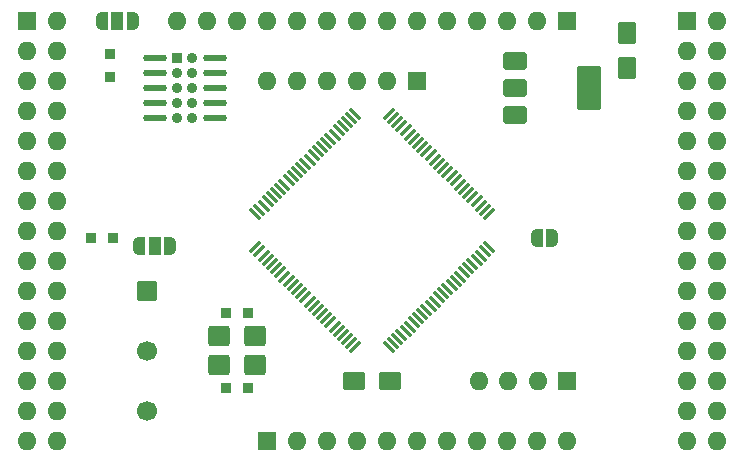
<source format=gbr>
%TF.GenerationSoftware,KiCad,Pcbnew,7.0.5*%
%TF.CreationDate,2023-08-21T09:28:54+09:00*%
%TF.ProjectId,STM32G4 MAZE,53544d33-3247-4342-904d-415a452e6b69,rev?*%
%TF.SameCoordinates,Original*%
%TF.FileFunction,Soldermask,Top*%
%TF.FilePolarity,Negative*%
%FSLAX46Y46*%
G04 Gerber Fmt 4.6, Leading zero omitted, Abs format (unit mm)*
G04 Created by KiCad (PCBNEW 7.0.5) date 2023-08-21 09:28:54*
%MOMM*%
%LPD*%
G01*
G04 APERTURE LIST*
G04 Aperture macros list*
%AMRoundRect*
0 Rectangle with rounded corners*
0 $1 Rounding radius*
0 $2 $3 $4 $5 $6 $7 $8 $9 X,Y pos of 4 corners*
0 Add a 4 corners polygon primitive as box body*
4,1,4,$2,$3,$4,$5,$6,$7,$8,$9,$2,$3,0*
0 Add four circle primitives for the rounded corners*
1,1,$1+$1,$2,$3*
1,1,$1+$1,$4,$5*
1,1,$1+$1,$6,$7*
1,1,$1+$1,$8,$9*
0 Add four rect primitives between the rounded corners*
20,1,$1+$1,$2,$3,$4,$5,0*
20,1,$1+$1,$4,$5,$6,$7,0*
20,1,$1+$1,$6,$7,$8,$9,0*
20,1,$1+$1,$8,$9,$2,$3,0*%
%AMFreePoly0*
4,1,19,0.500000,-0.750000,0.000000,-0.750000,0.000000,-0.744911,-0.071157,-0.744911,-0.207708,-0.704816,-0.327430,-0.627875,-0.420627,-0.520320,-0.479746,-0.390866,-0.500000,-0.250000,-0.500000,0.250000,-0.479746,0.390866,-0.420627,0.520320,-0.327430,0.627875,-0.207708,0.704816,-0.071157,0.744911,0.000000,0.744911,0.000000,0.750000,0.500000,0.750000,0.500000,-0.750000,0.500000,-0.750000,
$1*%
%AMFreePoly1*
4,1,19,0.000000,0.744911,0.071157,0.744911,0.207708,0.704816,0.327430,0.627875,0.420627,0.520320,0.479746,0.390866,0.500000,0.250000,0.500000,-0.250000,0.479746,-0.390866,0.420627,-0.520320,0.327430,-0.627875,0.207708,-0.704816,0.071157,-0.744911,0.000000,-0.744911,0.000000,-0.750000,-0.500000,-0.750000,-0.500000,0.750000,0.000000,0.750000,0.000000,0.744911,0.000000,0.744911,
$1*%
%AMFreePoly2*
4,1,19,0.550000,-0.750000,0.000000,-0.750000,0.000000,-0.744911,-0.071157,-0.744911,-0.207708,-0.704816,-0.327430,-0.627875,-0.420627,-0.520320,-0.479746,-0.390866,-0.500000,-0.250000,-0.500000,0.250000,-0.479746,0.390866,-0.420627,0.520320,-0.327430,0.627875,-0.207708,0.704816,-0.071157,0.744911,0.000000,0.744911,0.000000,0.750000,0.550000,0.750000,0.550000,-0.750000,0.550000,-0.750000,
$1*%
%AMFreePoly3*
4,1,19,0.000000,0.744911,0.071157,0.744911,0.207708,0.704816,0.327430,0.627875,0.420627,0.520320,0.479746,0.390866,0.500000,0.250000,0.500000,-0.250000,0.479746,-0.390866,0.420627,-0.520320,0.327430,-0.627875,0.207708,-0.704816,0.071157,-0.744911,0.000000,-0.744911,0.000000,-0.750000,-0.550000,-0.750000,-0.550000,0.750000,0.000000,0.750000,0.000000,0.744911,0.000000,0.744911,
$1*%
G04 Aperture macros list end*
%ADD10RoundRect,0.200000X-0.600000X0.600000X-0.600000X-0.600000X0.600000X-0.600000X0.600000X0.600000X0*%
%ADD11O,1.600000X1.600000*%
%ADD12RoundRect,0.200000X0.800000X0.050000X-0.800000X0.050000X-0.800000X-0.050000X0.800000X-0.050000X0*%
%ADD13RoundRect,0.045000X-0.405000X-0.405000X0.405000X-0.405000X0.405000X0.405000X-0.405000X0.405000X0*%
%ADD14C,0.900000*%
%ADD15RoundRect,0.200000X-0.800000X-0.050000X0.800000X-0.050000X0.800000X0.050000X-0.800000X0.050000X0*%
%ADD16RoundRect,0.200000X-0.800000X-0.550000X0.800000X-0.550000X0.800000X0.550000X-0.800000X0.550000X0*%
%ADD17RoundRect,0.200000X-0.800000X-1.700000X0.800000X-1.700000X0.800000X1.700000X-0.800000X1.700000X0*%
%ADD18FreePoly0,180.000000*%
%ADD19FreePoly1,180.000000*%
%ADD20FreePoly2,0.000000*%
%ADD21R,1.000000X1.500000*%
%ADD22FreePoly3,0.000000*%
%ADD23RoundRect,0.200000X-0.700000X0.650000X-0.700000X-0.650000X0.700000X-0.650000X0.700000X0.650000X0*%
%ADD24RoundRect,0.050000X0.400000X0.350000X-0.400000X0.350000X-0.400000X-0.350000X0.400000X-0.350000X0*%
%ADD25RoundRect,0.050000X-0.400000X-0.350000X0.400000X-0.350000X0.400000X0.350000X-0.400000X0.350000X0*%
%ADD26RoundRect,0.050000X-0.318198X-0.459619X0.459619X0.318198X0.318198X0.459619X-0.459619X-0.318198X0*%
%ADD27RoundRect,0.050000X-0.459619X0.318198X0.318198X-0.459619X0.459619X-0.318198X-0.318198X0.459619X0*%
%ADD28RoundRect,0.093750X0.806250X0.656250X-0.806250X0.656250X-0.806250X-0.656250X0.806250X-0.656250X0*%
%ADD29RoundRect,0.200000X-0.600000X-0.600000X0.600000X-0.600000X0.600000X0.600000X-0.600000X0.600000X0*%
%ADD30RoundRect,0.093750X0.656250X-0.806250X0.656250X0.806250X-0.656250X0.806250X-0.656250X-0.806250X0*%
%ADD31RoundRect,0.200000X0.600000X0.600000X-0.600000X0.600000X-0.600000X-0.600000X0.600000X-0.600000X0*%
%ADD32RoundRect,0.200000X0.600000X-0.600000X0.600000X0.600000X-0.600000X0.600000X-0.600000X-0.600000X0*%
%ADD33C,1.700000*%
%ADD34RoundRect,0.200000X-0.650000X0.650000X-0.650000X-0.650000X0.650000X-0.650000X0.650000X0.650000X0*%
%ADD35RoundRect,0.050000X-0.350000X0.400000X-0.350000X-0.400000X0.350000X-0.400000X0.350000X0.400000X0*%
G04 APERTURE END LIST*
D10*
%TO.C,J7*%
X103810000Y-87300000D03*
D11*
X101270000Y-87300000D03*
X98730000Y-87300000D03*
X96190000Y-87300000D03*
X93650000Y-87300000D03*
X91110000Y-87300000D03*
%TD*%
D12*
%TO.C,J5*%
X81585000Y-85395000D03*
D13*
X83490000Y-85395000D03*
D14*
X84760000Y-85395000D03*
D15*
X86665000Y-85395000D03*
D12*
X81585000Y-86665000D03*
D14*
X83490000Y-86665000D03*
X84760000Y-86665000D03*
D15*
X86665000Y-86665000D03*
D12*
X81585000Y-87935000D03*
D14*
X83490000Y-87935000D03*
X84760000Y-87935000D03*
D15*
X86665000Y-87935000D03*
D12*
X81585000Y-89205000D03*
D14*
X83490000Y-89205000D03*
X84760000Y-89205000D03*
D15*
X86665000Y-89205000D03*
D12*
X81585000Y-90475000D03*
D14*
X83490000Y-90475000D03*
X84760000Y-90475000D03*
D15*
X86665000Y-90475000D03*
%TD*%
D16*
%TO.C,U2*%
X112090000Y-85635000D03*
X112090000Y-87935000D03*
D17*
X118390000Y-87935000D03*
D16*
X112090000Y-90235000D03*
%TD*%
D18*
%TO.C,JP1*%
X115255000Y-100635000D03*
D19*
X113955000Y-100635000D03*
%TD*%
D20*
%TO.C,JP2*%
X80285000Y-101270000D03*
D21*
X81585000Y-101270000D03*
D22*
X82885000Y-101270000D03*
%TD*%
%TO.C,JP3*%
X79710000Y-82220000D03*
D21*
X78410000Y-82220000D03*
D20*
X77110000Y-82220000D03*
%TD*%
D23*
%TO.C,Y1*%
X90070000Y-111360000D03*
X87070000Y-111360000D03*
X87070000Y-108960000D03*
X90070000Y-108960000D03*
%TD*%
D24*
%TO.C,C12*%
X87620000Y-113335000D03*
X89520000Y-113335000D03*
%TD*%
D25*
%TO.C,C17*%
X76190000Y-100635000D03*
X78090000Y-100635000D03*
%TD*%
%TO.C,C11*%
X87620000Y-106985000D03*
X89520000Y-106985000D03*
%TD*%
D26*
%TO.C,U1*%
X90100505Y-101414214D03*
X90454058Y-101767767D03*
X90807612Y-102121320D03*
X91161165Y-102474874D03*
X91514719Y-102828427D03*
X91868272Y-103181981D03*
X92221825Y-103535534D03*
X92575379Y-103889087D03*
X92928932Y-104242641D03*
X93282486Y-104596194D03*
X93636039Y-104949747D03*
X93989592Y-105303301D03*
X94343146Y-105656854D03*
X94696699Y-106010408D03*
X95050253Y-106363961D03*
X95403806Y-106717514D03*
X95757359Y-107071068D03*
X96110913Y-107424621D03*
X96464466Y-107778175D03*
X96818019Y-108131728D03*
X97171573Y-108485281D03*
X97525126Y-108838835D03*
X97878680Y-109192388D03*
X98232233Y-109545942D03*
X98585786Y-109899495D03*
D27*
X101414214Y-109899495D03*
X101767767Y-109545942D03*
X102121320Y-109192388D03*
X102474874Y-108838835D03*
X102828427Y-108485281D03*
X103181981Y-108131728D03*
X103535534Y-107778175D03*
X103889087Y-107424621D03*
X104242641Y-107071068D03*
X104596194Y-106717514D03*
X104949747Y-106363961D03*
X105303301Y-106010408D03*
X105656854Y-105656854D03*
X106010408Y-105303301D03*
X106363961Y-104949747D03*
X106717514Y-104596194D03*
X107071068Y-104242641D03*
X107424621Y-103889087D03*
X107778175Y-103535534D03*
X108131728Y-103181981D03*
X108485281Y-102828427D03*
X108838835Y-102474874D03*
X109192388Y-102121320D03*
X109545942Y-101767767D03*
X109899495Y-101414214D03*
D26*
X109899495Y-98585786D03*
X109545942Y-98232233D03*
X109192388Y-97878680D03*
X108838835Y-97525126D03*
X108485281Y-97171573D03*
X108131728Y-96818019D03*
X107778175Y-96464466D03*
X107424621Y-96110913D03*
X107071068Y-95757359D03*
X106717514Y-95403806D03*
X106363961Y-95050253D03*
X106010408Y-94696699D03*
X105656854Y-94343146D03*
X105303301Y-93989592D03*
X104949747Y-93636039D03*
X104596194Y-93282486D03*
X104242641Y-92928932D03*
X103889087Y-92575379D03*
X103535534Y-92221825D03*
X103181981Y-91868272D03*
X102828427Y-91514719D03*
X102474874Y-91161165D03*
X102121320Y-90807612D03*
X101767767Y-90454058D03*
X101414214Y-90100505D03*
D27*
X98585786Y-90100505D03*
X98232233Y-90454058D03*
X97878680Y-90807612D03*
X97525126Y-91161165D03*
X97171573Y-91514719D03*
X96818019Y-91868272D03*
X96464466Y-92221825D03*
X96110913Y-92575379D03*
X95757359Y-92928932D03*
X95403806Y-93282486D03*
X95050253Y-93636039D03*
X94696699Y-93989592D03*
X94343146Y-94343146D03*
X93989592Y-94696699D03*
X93636039Y-95050253D03*
X93282486Y-95403806D03*
X92928932Y-95757359D03*
X92575379Y-96110913D03*
X92221825Y-96464466D03*
X91868272Y-96818019D03*
X91514719Y-97171573D03*
X91161165Y-97525126D03*
X90807612Y-97878680D03*
X90454058Y-98232233D03*
X90100505Y-98585786D03*
%TD*%
D28*
%TO.C,C1*%
X101500000Y-112700000D03*
X98500000Y-112700000D03*
%TD*%
D29*
%TO.C,J3*%
X70790000Y-82220000D03*
D11*
X73330000Y-82220000D03*
X70790000Y-84760000D03*
X73330000Y-84760000D03*
X70790000Y-87300000D03*
X73330000Y-87300000D03*
X70790000Y-89840000D03*
X73330000Y-89840000D03*
X70790000Y-92380000D03*
X73330000Y-92380000D03*
X70790000Y-94920000D03*
X73330000Y-94920000D03*
X70790000Y-97460000D03*
X73330000Y-97460000D03*
X70790000Y-100000000D03*
X73330000Y-100000000D03*
X70790000Y-102540000D03*
X73330000Y-102540000D03*
X70790000Y-105080000D03*
X73330000Y-105080000D03*
X70790000Y-107620000D03*
X73330000Y-107620000D03*
X70790000Y-110160000D03*
X73330000Y-110160000D03*
X70790000Y-112700000D03*
X73330000Y-112700000D03*
X70790000Y-115240000D03*
X73330000Y-115240000D03*
X70790000Y-117780000D03*
X73330000Y-117780000D03*
%TD*%
D10*
%TO.C,J1*%
X116510000Y-82220000D03*
D11*
X113970000Y-82220000D03*
X111430000Y-82220000D03*
X108890000Y-82220000D03*
X106350000Y-82220000D03*
X103810000Y-82220000D03*
X101270000Y-82220000D03*
X98730000Y-82220000D03*
X96190000Y-82220000D03*
X93650000Y-82220000D03*
X91110000Y-82220000D03*
X88570000Y-82220000D03*
X86030000Y-82220000D03*
X83490000Y-82220000D03*
%TD*%
D30*
%TO.C,C16*%
X121590000Y-83260000D03*
X121590000Y-86260000D03*
%TD*%
D31*
%TO.C,J6*%
X116510000Y-112700000D03*
D11*
X114010000Y-112700000D03*
X111510000Y-112700000D03*
X109010000Y-112700000D03*
%TD*%
%TO.C,J4*%
X116510000Y-117780000D03*
X113970000Y-117780000D03*
X111430000Y-117780000D03*
X108890000Y-117780000D03*
X106350000Y-117780000D03*
X103810000Y-117780000D03*
X101270000Y-117780000D03*
X98730000Y-117780000D03*
X96190000Y-117780000D03*
X93650000Y-117780000D03*
D32*
X91110000Y-117780000D03*
%TD*%
D33*
%TO.C,SW1*%
X80950000Y-110160000D03*
D34*
X80950000Y-105080000D03*
D33*
X80950000Y-115240000D03*
%TD*%
D35*
%TO.C,R1*%
X77775000Y-86980000D03*
X77775000Y-85080000D03*
%TD*%
D29*
%TO.C,J2*%
X126670000Y-82220000D03*
D11*
X129210000Y-82220000D03*
X126670000Y-84760000D03*
X129210000Y-84760000D03*
X126670000Y-87300000D03*
X129210000Y-87300000D03*
X126670000Y-89840000D03*
X129210000Y-89840000D03*
X126670000Y-92380000D03*
X129210000Y-92380000D03*
X126670000Y-94920000D03*
X129210000Y-94920000D03*
X126670000Y-97460000D03*
X129210000Y-97460000D03*
X126670000Y-100000000D03*
X129210000Y-100000000D03*
X126670000Y-102540000D03*
X129210000Y-102540000D03*
X126670000Y-105080000D03*
X129210000Y-105080000D03*
X126670000Y-107620000D03*
X129210000Y-107620000D03*
X126670000Y-110160000D03*
X129210000Y-110160000D03*
X126670000Y-112700000D03*
X129210000Y-112700000D03*
X126670000Y-115240000D03*
X129210000Y-115240000D03*
X126670000Y-117780000D03*
X129210000Y-117780000D03*
%TD*%
M02*

</source>
